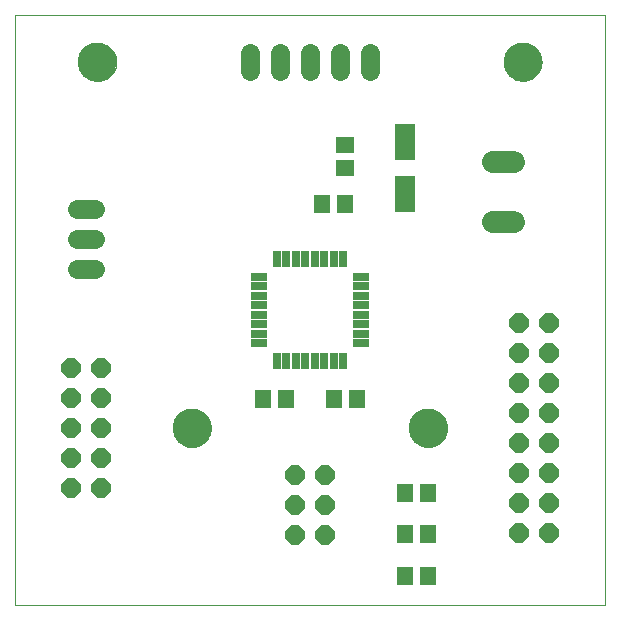
<source format=gts>
G75*
G70*
%OFA0B0*%
%FSLAX24Y24*%
%IPPOS*%
%LPD*%
%AMOC8*
5,1,8,0,0,1.08239X$1,22.5*
%
%ADD10C,0.0000*%
%ADD11C,0.1300*%
%ADD12OC8,0.0640*%
%ADD13R,0.0260X0.0540*%
%ADD14R,0.0540X0.0260*%
%ADD15C,0.0640*%
%ADD16R,0.0552X0.0631*%
%ADD17C,0.0745*%
%ADD18R,0.0670X0.1221*%
%ADD19R,0.0631X0.0552*%
D10*
X000574Y000574D02*
X020259Y000574D01*
X020259Y020259D01*
X000574Y020259D01*
X000574Y000574D01*
X005849Y006479D02*
X005851Y006529D01*
X005857Y006579D01*
X005867Y006628D01*
X005881Y006676D01*
X005898Y006723D01*
X005919Y006768D01*
X005944Y006812D01*
X005972Y006853D01*
X006004Y006892D01*
X006038Y006929D01*
X006075Y006963D01*
X006115Y006993D01*
X006157Y007020D01*
X006201Y007044D01*
X006247Y007065D01*
X006294Y007081D01*
X006342Y007094D01*
X006392Y007103D01*
X006441Y007108D01*
X006492Y007109D01*
X006542Y007106D01*
X006591Y007099D01*
X006640Y007088D01*
X006688Y007073D01*
X006734Y007055D01*
X006779Y007033D01*
X006822Y007007D01*
X006863Y006978D01*
X006902Y006946D01*
X006938Y006911D01*
X006970Y006873D01*
X007000Y006833D01*
X007027Y006790D01*
X007050Y006746D01*
X007069Y006700D01*
X007085Y006652D01*
X007097Y006603D01*
X007105Y006554D01*
X007109Y006504D01*
X007109Y006454D01*
X007105Y006404D01*
X007097Y006355D01*
X007085Y006306D01*
X007069Y006258D01*
X007050Y006212D01*
X007027Y006168D01*
X007000Y006125D01*
X006970Y006085D01*
X006938Y006047D01*
X006902Y006012D01*
X006863Y005980D01*
X006822Y005951D01*
X006779Y005925D01*
X006734Y005903D01*
X006688Y005885D01*
X006640Y005870D01*
X006591Y005859D01*
X006542Y005852D01*
X006492Y005849D01*
X006441Y005850D01*
X006392Y005855D01*
X006342Y005864D01*
X006294Y005877D01*
X006247Y005893D01*
X006201Y005914D01*
X006157Y005938D01*
X006115Y005965D01*
X006075Y005995D01*
X006038Y006029D01*
X006004Y006066D01*
X005972Y006105D01*
X005944Y006146D01*
X005919Y006190D01*
X005898Y006235D01*
X005881Y006282D01*
X005867Y006330D01*
X005857Y006379D01*
X005851Y006429D01*
X005849Y006479D01*
X013723Y006479D02*
X013725Y006529D01*
X013731Y006579D01*
X013741Y006628D01*
X013755Y006676D01*
X013772Y006723D01*
X013793Y006768D01*
X013818Y006812D01*
X013846Y006853D01*
X013878Y006892D01*
X013912Y006929D01*
X013949Y006963D01*
X013989Y006993D01*
X014031Y007020D01*
X014075Y007044D01*
X014121Y007065D01*
X014168Y007081D01*
X014216Y007094D01*
X014266Y007103D01*
X014315Y007108D01*
X014366Y007109D01*
X014416Y007106D01*
X014465Y007099D01*
X014514Y007088D01*
X014562Y007073D01*
X014608Y007055D01*
X014653Y007033D01*
X014696Y007007D01*
X014737Y006978D01*
X014776Y006946D01*
X014812Y006911D01*
X014844Y006873D01*
X014874Y006833D01*
X014901Y006790D01*
X014924Y006746D01*
X014943Y006700D01*
X014959Y006652D01*
X014971Y006603D01*
X014979Y006554D01*
X014983Y006504D01*
X014983Y006454D01*
X014979Y006404D01*
X014971Y006355D01*
X014959Y006306D01*
X014943Y006258D01*
X014924Y006212D01*
X014901Y006168D01*
X014874Y006125D01*
X014844Y006085D01*
X014812Y006047D01*
X014776Y006012D01*
X014737Y005980D01*
X014696Y005951D01*
X014653Y005925D01*
X014608Y005903D01*
X014562Y005885D01*
X014514Y005870D01*
X014465Y005859D01*
X014416Y005852D01*
X014366Y005849D01*
X014315Y005850D01*
X014266Y005855D01*
X014216Y005864D01*
X014168Y005877D01*
X014121Y005893D01*
X014075Y005914D01*
X014031Y005938D01*
X013989Y005965D01*
X013949Y005995D01*
X013912Y006029D01*
X013878Y006066D01*
X013846Y006105D01*
X013818Y006146D01*
X013793Y006190D01*
X013772Y006235D01*
X013755Y006282D01*
X013741Y006330D01*
X013731Y006379D01*
X013725Y006429D01*
X013723Y006479D01*
X016873Y018684D02*
X016875Y018734D01*
X016881Y018784D01*
X016891Y018833D01*
X016905Y018881D01*
X016922Y018928D01*
X016943Y018973D01*
X016968Y019017D01*
X016996Y019058D01*
X017028Y019097D01*
X017062Y019134D01*
X017099Y019168D01*
X017139Y019198D01*
X017181Y019225D01*
X017225Y019249D01*
X017271Y019270D01*
X017318Y019286D01*
X017366Y019299D01*
X017416Y019308D01*
X017465Y019313D01*
X017516Y019314D01*
X017566Y019311D01*
X017615Y019304D01*
X017664Y019293D01*
X017712Y019278D01*
X017758Y019260D01*
X017803Y019238D01*
X017846Y019212D01*
X017887Y019183D01*
X017926Y019151D01*
X017962Y019116D01*
X017994Y019078D01*
X018024Y019038D01*
X018051Y018995D01*
X018074Y018951D01*
X018093Y018905D01*
X018109Y018857D01*
X018121Y018808D01*
X018129Y018759D01*
X018133Y018709D01*
X018133Y018659D01*
X018129Y018609D01*
X018121Y018560D01*
X018109Y018511D01*
X018093Y018463D01*
X018074Y018417D01*
X018051Y018373D01*
X018024Y018330D01*
X017994Y018290D01*
X017962Y018252D01*
X017926Y018217D01*
X017887Y018185D01*
X017846Y018156D01*
X017803Y018130D01*
X017758Y018108D01*
X017712Y018090D01*
X017664Y018075D01*
X017615Y018064D01*
X017566Y018057D01*
X017516Y018054D01*
X017465Y018055D01*
X017416Y018060D01*
X017366Y018069D01*
X017318Y018082D01*
X017271Y018098D01*
X017225Y018119D01*
X017181Y018143D01*
X017139Y018170D01*
X017099Y018200D01*
X017062Y018234D01*
X017028Y018271D01*
X016996Y018310D01*
X016968Y018351D01*
X016943Y018395D01*
X016922Y018440D01*
X016905Y018487D01*
X016891Y018535D01*
X016881Y018584D01*
X016875Y018634D01*
X016873Y018684D01*
X002700Y018684D02*
X002702Y018734D01*
X002708Y018784D01*
X002718Y018833D01*
X002732Y018881D01*
X002749Y018928D01*
X002770Y018973D01*
X002795Y019017D01*
X002823Y019058D01*
X002855Y019097D01*
X002889Y019134D01*
X002926Y019168D01*
X002966Y019198D01*
X003008Y019225D01*
X003052Y019249D01*
X003098Y019270D01*
X003145Y019286D01*
X003193Y019299D01*
X003243Y019308D01*
X003292Y019313D01*
X003343Y019314D01*
X003393Y019311D01*
X003442Y019304D01*
X003491Y019293D01*
X003539Y019278D01*
X003585Y019260D01*
X003630Y019238D01*
X003673Y019212D01*
X003714Y019183D01*
X003753Y019151D01*
X003789Y019116D01*
X003821Y019078D01*
X003851Y019038D01*
X003878Y018995D01*
X003901Y018951D01*
X003920Y018905D01*
X003936Y018857D01*
X003948Y018808D01*
X003956Y018759D01*
X003960Y018709D01*
X003960Y018659D01*
X003956Y018609D01*
X003948Y018560D01*
X003936Y018511D01*
X003920Y018463D01*
X003901Y018417D01*
X003878Y018373D01*
X003851Y018330D01*
X003821Y018290D01*
X003789Y018252D01*
X003753Y018217D01*
X003714Y018185D01*
X003673Y018156D01*
X003630Y018130D01*
X003585Y018108D01*
X003539Y018090D01*
X003491Y018075D01*
X003442Y018064D01*
X003393Y018057D01*
X003343Y018054D01*
X003292Y018055D01*
X003243Y018060D01*
X003193Y018069D01*
X003145Y018082D01*
X003098Y018098D01*
X003052Y018119D01*
X003008Y018143D01*
X002966Y018170D01*
X002926Y018200D01*
X002889Y018234D01*
X002855Y018271D01*
X002823Y018310D01*
X002795Y018351D01*
X002770Y018395D01*
X002749Y018440D01*
X002732Y018487D01*
X002718Y018535D01*
X002708Y018584D01*
X002702Y018634D01*
X002700Y018684D01*
D11*
X003330Y018684D03*
X006479Y006479D03*
X014353Y006479D03*
X017503Y018684D03*
D12*
X017397Y009979D03*
X017397Y008979D03*
X018397Y008979D03*
X018397Y009979D03*
X018397Y007979D03*
X018397Y006979D03*
X018397Y005979D03*
X018397Y004979D03*
X018397Y003979D03*
X018397Y002979D03*
X017397Y002979D03*
X017397Y003979D03*
X017397Y004979D03*
X017397Y005979D03*
X017397Y006979D03*
X017397Y007979D03*
X010916Y004920D03*
X009916Y004920D03*
X009916Y003920D03*
X009916Y002920D03*
X010916Y002920D03*
X010916Y003920D03*
X003436Y004479D03*
X002436Y004479D03*
X002436Y005479D03*
X003436Y005479D03*
X003436Y006479D03*
X003436Y007479D03*
X002436Y007479D03*
X002436Y006479D03*
X002436Y008479D03*
X003436Y008479D03*
D13*
X009314Y008726D03*
X009629Y008726D03*
X009944Y008726D03*
X010259Y008726D03*
X010574Y008726D03*
X010889Y008726D03*
X011204Y008726D03*
X011519Y008726D03*
X011519Y012106D03*
X011204Y012106D03*
X010889Y012106D03*
X010574Y012106D03*
X010259Y012106D03*
X009944Y012106D03*
X009629Y012106D03*
X009314Y012106D03*
D14*
X008726Y011519D03*
X008726Y011204D03*
X008726Y010889D03*
X008726Y010574D03*
X008726Y010259D03*
X008726Y009944D03*
X008726Y009629D03*
X008726Y009314D03*
X012106Y009314D03*
X012106Y009629D03*
X012106Y009944D03*
X012106Y010259D03*
X012106Y010574D03*
X012106Y010889D03*
X012106Y011204D03*
X012106Y011519D03*
D15*
X012416Y018384D02*
X012416Y018984D01*
X011416Y018984D02*
X011416Y018384D01*
X010416Y018384D02*
X010416Y018984D01*
X009416Y018984D02*
X009416Y018384D01*
X008416Y018384D02*
X008416Y018984D01*
X003236Y013778D02*
X002636Y013778D01*
X002636Y012778D02*
X003236Y012778D01*
X003236Y011778D02*
X002636Y011778D01*
D16*
X008861Y007463D03*
X009609Y007463D03*
X011223Y007463D03*
X011971Y007463D03*
X013586Y004314D03*
X014334Y004314D03*
X014334Y002936D03*
X013586Y002936D03*
X013586Y001558D03*
X014334Y001558D03*
X011578Y013960D03*
X010830Y013960D03*
D17*
X016507Y013353D02*
X017212Y013353D01*
X017212Y015353D02*
X016507Y015353D01*
D18*
X013566Y016007D03*
X013566Y014274D03*
D19*
X011597Y015160D03*
X011597Y015908D03*
M02*

</source>
